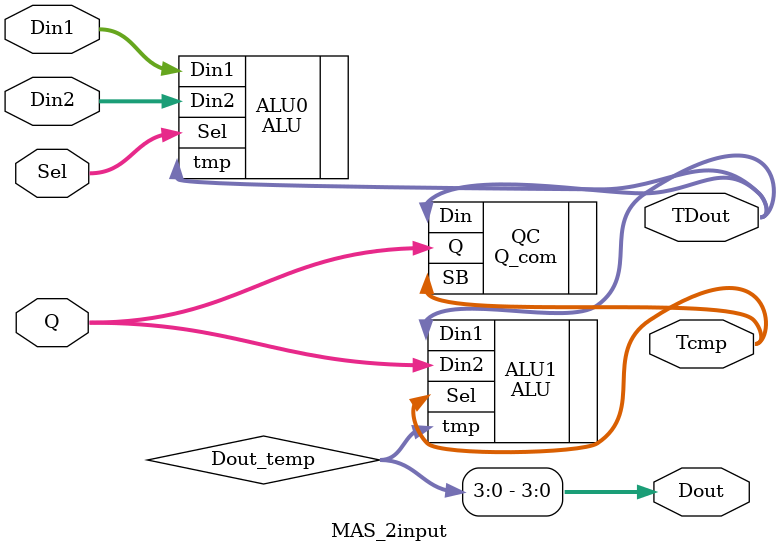
<source format=v>
module MAS_2input(
    input signed [4:0]Din1,
    input signed [4:0]Din2,
    input [1:0]Sel,
    input signed[4:0]Q,
    output [1:0]Tcmp,
    output signed [4:0]TDout,
    output signed [3:0]Dout
);

/*Write your design here*/
wire [4:0]Dout_temp;

ALU ALU0(
    .Din1(Din1),
    .Din2(Din2),
    .Sel(Sel),
    .tmp(TDout)
);

Q_com QC(
    .Din(TDout),
    .Q(Q),
    .SB(Tcmp)
);

ALU ALU1(
    .Din1(TDout),
    .Din2(Q),
    .Sel(Tcmp),
    .tmp(Dout_temp)
);

assign Dout = Dout_temp[3:0];

endmodule
</source>
